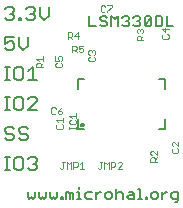
<source format=gtl>
G75*
%MOIN*%
%OFA0B0*%
%FSLAX25Y25*%
%IPPOS*%
%LPD*%
%AMOC8*
5,1,8,0,0,1.08239X$1,22.5*
%
%ADD10C,0.00600*%
%ADD11C,0.00200*%
%ADD12C,0.00500*%
D10*
X0037800Y0026469D02*
X0038367Y0025902D01*
X0038934Y0026469D01*
X0039501Y0025902D01*
X0040069Y0026469D01*
X0040069Y0028171D01*
X0041483Y0028171D02*
X0041483Y0026469D01*
X0042050Y0025902D01*
X0042617Y0026469D01*
X0043185Y0025902D01*
X0043752Y0026469D01*
X0043752Y0028171D01*
X0045166Y0028171D02*
X0045166Y0026469D01*
X0045733Y0025902D01*
X0046301Y0026469D01*
X0046868Y0025902D01*
X0047435Y0026469D01*
X0047435Y0028171D01*
X0048849Y0026469D02*
X0049417Y0026469D01*
X0049417Y0025902D01*
X0048849Y0025902D01*
X0048849Y0026469D01*
X0050691Y0025902D02*
X0050691Y0028171D01*
X0051258Y0028171D01*
X0051825Y0027603D01*
X0052392Y0028171D01*
X0052960Y0027603D01*
X0052960Y0025902D01*
X0051825Y0025902D02*
X0051825Y0027603D01*
X0054374Y0028171D02*
X0054941Y0028171D01*
X0054941Y0025902D01*
X0054374Y0025902D02*
X0055508Y0025902D01*
X0056830Y0026469D02*
X0056830Y0027603D01*
X0057397Y0028171D01*
X0059098Y0028171D01*
X0060513Y0028171D02*
X0060513Y0025902D01*
X0060513Y0027036D02*
X0061647Y0028171D01*
X0062214Y0028171D01*
X0063582Y0027603D02*
X0063582Y0026469D01*
X0064149Y0025902D01*
X0065283Y0025902D01*
X0065851Y0026469D01*
X0065851Y0027603D01*
X0065283Y0028171D01*
X0064149Y0028171D01*
X0063582Y0027603D01*
X0067265Y0027603D02*
X0067832Y0028171D01*
X0068967Y0028171D01*
X0069534Y0027603D01*
X0069534Y0025902D01*
X0070948Y0026469D02*
X0071515Y0027036D01*
X0073217Y0027036D01*
X0073217Y0027603D02*
X0073217Y0025902D01*
X0071515Y0025902D01*
X0070948Y0026469D01*
X0071515Y0028171D02*
X0072650Y0028171D01*
X0073217Y0027603D01*
X0074631Y0025902D02*
X0075766Y0025902D01*
X0075199Y0025902D02*
X0075199Y0029305D01*
X0074631Y0029305D01*
X0077087Y0026469D02*
X0077654Y0026469D01*
X0077654Y0025902D01*
X0077087Y0025902D01*
X0077087Y0026469D01*
X0078928Y0026469D02*
X0078928Y0027603D01*
X0079496Y0028171D01*
X0080630Y0028171D01*
X0081197Y0027603D01*
X0081197Y0026469D01*
X0080630Y0025902D01*
X0079496Y0025902D01*
X0078928Y0026469D01*
X0082612Y0025902D02*
X0082612Y0028171D01*
X0083746Y0028171D02*
X0082612Y0027036D01*
X0083746Y0028171D02*
X0084313Y0028171D01*
X0085681Y0027603D02*
X0085681Y0026469D01*
X0086248Y0025902D01*
X0087949Y0025902D01*
X0087949Y0025335D02*
X0087382Y0024768D01*
X0086815Y0024768D01*
X0087949Y0025335D02*
X0087949Y0028171D01*
X0086248Y0028171D01*
X0085681Y0027603D01*
X0067265Y0029305D02*
X0067265Y0025902D01*
X0059098Y0025902D02*
X0057397Y0025902D01*
X0056830Y0026469D01*
X0054941Y0029305D02*
X0054941Y0029872D01*
X0037800Y0028171D02*
X0037800Y0026469D01*
X0058300Y0083402D02*
X0060569Y0083402D01*
X0061983Y0083969D02*
X0062550Y0083402D01*
X0063685Y0083402D01*
X0064252Y0083969D01*
X0064252Y0084536D01*
X0063685Y0085103D01*
X0062550Y0085103D01*
X0061983Y0085671D01*
X0061983Y0086238D01*
X0062550Y0086805D01*
X0063685Y0086805D01*
X0064252Y0086238D01*
X0065666Y0086805D02*
X0066801Y0085671D01*
X0067935Y0086805D01*
X0067935Y0083402D01*
X0069349Y0083969D02*
X0069917Y0083402D01*
X0071051Y0083402D01*
X0071618Y0083969D01*
X0071618Y0084536D01*
X0071051Y0085103D01*
X0070484Y0085103D01*
X0071051Y0085103D02*
X0071618Y0085671D01*
X0071618Y0086238D01*
X0071051Y0086805D01*
X0069917Y0086805D01*
X0069349Y0086238D01*
X0073033Y0086238D02*
X0073600Y0086805D01*
X0074734Y0086805D01*
X0075301Y0086238D01*
X0075301Y0085671D01*
X0074734Y0085103D01*
X0075301Y0084536D01*
X0075301Y0083969D01*
X0074734Y0083402D01*
X0073600Y0083402D01*
X0073033Y0083969D01*
X0074167Y0085103D02*
X0074734Y0085103D01*
X0076716Y0083969D02*
X0078984Y0086238D01*
X0078984Y0083969D01*
X0078417Y0083402D01*
X0077283Y0083402D01*
X0076716Y0083969D01*
X0076716Y0086238D01*
X0077283Y0086805D01*
X0078417Y0086805D01*
X0078984Y0086238D01*
X0080399Y0086805D02*
X0082100Y0086805D01*
X0082667Y0086238D01*
X0082667Y0083969D01*
X0082100Y0083402D01*
X0080399Y0083402D01*
X0080399Y0086805D01*
X0084082Y0086805D02*
X0084082Y0083402D01*
X0086351Y0083402D01*
X0065666Y0083402D02*
X0065666Y0086805D01*
X0058300Y0086805D02*
X0058300Y0083402D01*
D11*
X0054778Y0080303D02*
X0053310Y0080303D01*
X0054411Y0081404D01*
X0054411Y0079202D01*
X0052568Y0079202D02*
X0051834Y0079936D01*
X0052201Y0079936D02*
X0051100Y0079936D01*
X0051100Y0079202D02*
X0051100Y0081404D01*
X0052201Y0081404D01*
X0052568Y0081037D01*
X0052568Y0080303D01*
X0052201Y0079936D01*
X0052600Y0076904D02*
X0053701Y0076904D01*
X0054068Y0076537D01*
X0054068Y0075803D01*
X0053701Y0075436D01*
X0052600Y0075436D01*
X0053334Y0075436D02*
X0054068Y0074702D01*
X0054810Y0075069D02*
X0055177Y0074702D01*
X0055911Y0074702D01*
X0056278Y0075069D01*
X0056278Y0075803D01*
X0055911Y0076170D01*
X0055544Y0076170D01*
X0054810Y0075803D01*
X0054810Y0076904D01*
X0056278Y0076904D01*
X0058025Y0075044D02*
X0058392Y0075411D01*
X0058759Y0075411D01*
X0059126Y0075044D01*
X0059493Y0075411D01*
X0059860Y0075411D01*
X0060227Y0075044D01*
X0060227Y0074310D01*
X0059860Y0073943D01*
X0059860Y0073201D02*
X0060227Y0072834D01*
X0060227Y0072100D01*
X0059860Y0071734D01*
X0058392Y0071734D01*
X0058025Y0072100D01*
X0058025Y0072834D01*
X0058392Y0073201D01*
X0058392Y0073943D02*
X0058025Y0074310D01*
X0058025Y0075044D01*
X0059126Y0075044D02*
X0059126Y0074677D01*
X0052600Y0074702D02*
X0052600Y0076904D01*
X0048860Y0073411D02*
X0049227Y0073044D01*
X0049227Y0072310D01*
X0048860Y0071943D01*
X0048126Y0071943D02*
X0047759Y0072677D01*
X0047759Y0073044D01*
X0048126Y0073411D01*
X0048860Y0073411D01*
X0047025Y0073411D02*
X0047025Y0071943D01*
X0048126Y0071943D01*
X0048860Y0071201D02*
X0049227Y0070834D01*
X0049227Y0070100D01*
X0048860Y0069734D01*
X0047392Y0069734D01*
X0047025Y0070100D01*
X0047025Y0070834D01*
X0047392Y0071201D01*
X0042900Y0071170D02*
X0042166Y0070436D01*
X0042166Y0070803D02*
X0042166Y0069702D01*
X0042900Y0069702D02*
X0040698Y0069702D01*
X0040698Y0070803D01*
X0041065Y0071170D01*
X0041799Y0071170D01*
X0042166Y0070803D01*
X0041432Y0071912D02*
X0040698Y0072646D01*
X0042900Y0072646D01*
X0042900Y0071912D02*
X0042900Y0073380D01*
X0046016Y0056331D02*
X0045649Y0055964D01*
X0045649Y0054496D01*
X0046016Y0054129D01*
X0046750Y0054129D01*
X0047117Y0054496D01*
X0047859Y0054496D02*
X0048226Y0054129D01*
X0048960Y0054129D01*
X0049327Y0054496D01*
X0049327Y0054863D01*
X0048960Y0055230D01*
X0047859Y0055230D01*
X0047859Y0054496D01*
X0047859Y0055230D02*
X0048593Y0055964D01*
X0049327Y0056331D01*
X0047117Y0055964D02*
X0046750Y0056331D01*
X0046016Y0056331D01*
X0047271Y0052195D02*
X0049473Y0052195D01*
X0049473Y0051461D02*
X0049473Y0052929D01*
X0048005Y0051461D02*
X0047271Y0052195D01*
X0047638Y0050719D02*
X0047271Y0050352D01*
X0047271Y0049618D01*
X0047638Y0049251D01*
X0049106Y0049251D01*
X0049473Y0049618D01*
X0049473Y0050352D01*
X0049106Y0050719D01*
X0051698Y0051042D02*
X0052065Y0050675D01*
X0053533Y0050675D01*
X0053900Y0051042D01*
X0053900Y0051776D01*
X0053533Y0052143D01*
X0053900Y0052885D02*
X0053900Y0054353D01*
X0053900Y0053619D02*
X0051698Y0053619D01*
X0052432Y0052885D01*
X0052065Y0052143D02*
X0051698Y0051776D01*
X0051698Y0051042D01*
X0051698Y0049936D02*
X0051698Y0049202D01*
X0051698Y0049569D02*
X0053900Y0049569D01*
X0053900Y0049202D02*
X0053900Y0049936D01*
X0054121Y0038097D02*
X0053020Y0038097D01*
X0053020Y0035895D01*
X0053020Y0036629D02*
X0054121Y0036629D01*
X0054488Y0036996D01*
X0054488Y0037730D01*
X0054121Y0038097D01*
X0055230Y0037363D02*
X0055964Y0038097D01*
X0055964Y0035895D01*
X0055230Y0035895D02*
X0056698Y0035895D01*
X0061100Y0036262D02*
X0061467Y0035895D01*
X0061834Y0035895D01*
X0062201Y0036262D01*
X0062201Y0038097D01*
X0061834Y0038097D02*
X0062568Y0038097D01*
X0063310Y0038097D02*
X0064044Y0037363D01*
X0064778Y0038097D01*
X0064778Y0035895D01*
X0065520Y0035895D02*
X0065520Y0038097D01*
X0066621Y0038097D01*
X0066988Y0037730D01*
X0066988Y0036996D01*
X0066621Y0036629D01*
X0065520Y0036629D01*
X0063310Y0035895D02*
X0063310Y0038097D01*
X0067730Y0037730D02*
X0068097Y0038097D01*
X0068831Y0038097D01*
X0069198Y0037730D01*
X0069198Y0037363D01*
X0067730Y0035895D01*
X0069198Y0035895D01*
X0078698Y0038202D02*
X0078698Y0039303D01*
X0079065Y0039670D01*
X0079799Y0039670D01*
X0080166Y0039303D01*
X0080166Y0038202D01*
X0080166Y0038936D02*
X0080900Y0039670D01*
X0080900Y0040412D02*
X0079432Y0041880D01*
X0079065Y0041880D01*
X0078698Y0041513D01*
X0078698Y0040779D01*
X0079065Y0040412D01*
X0080900Y0040412D02*
X0080900Y0041880D01*
X0080900Y0038202D02*
X0078698Y0038202D01*
X0085771Y0041618D02*
X0086138Y0041251D01*
X0087606Y0041251D01*
X0087973Y0041618D01*
X0087973Y0042352D01*
X0087606Y0042719D01*
X0087973Y0043461D02*
X0086505Y0044929D01*
X0086138Y0044929D01*
X0085771Y0044562D01*
X0085771Y0043828D01*
X0086138Y0043461D01*
X0086138Y0042719D02*
X0085771Y0042352D01*
X0085771Y0041618D01*
X0087973Y0043461D02*
X0087973Y0044929D01*
X0084360Y0079234D02*
X0082892Y0079234D01*
X0082525Y0079600D01*
X0082525Y0080334D01*
X0082892Y0080701D01*
X0083626Y0081443D02*
X0083626Y0082911D01*
X0084727Y0082544D02*
X0082525Y0082544D01*
X0083626Y0081443D01*
X0084360Y0080701D02*
X0084727Y0080334D01*
X0084727Y0079600D01*
X0084360Y0079234D01*
X0076300Y0078782D02*
X0074098Y0078782D01*
X0074098Y0079883D01*
X0074465Y0080250D01*
X0075199Y0080250D01*
X0075566Y0079883D01*
X0075566Y0078782D01*
X0075566Y0079516D02*
X0076300Y0080250D01*
X0075933Y0080992D02*
X0076300Y0081359D01*
X0076300Y0082093D01*
X0075933Y0082460D01*
X0075566Y0082460D01*
X0075199Y0082093D01*
X0075199Y0081726D01*
X0075199Y0082093D02*
X0074832Y0082460D01*
X0074465Y0082460D01*
X0074098Y0082093D01*
X0074098Y0081359D01*
X0074465Y0080992D01*
X0065841Y0089982D02*
X0064373Y0088514D01*
X0064373Y0088147D01*
X0063631Y0088514D02*
X0063264Y0088147D01*
X0062530Y0088147D01*
X0062163Y0088514D01*
X0062163Y0089982D01*
X0062530Y0090349D01*
X0063264Y0090349D01*
X0063631Y0089982D01*
X0064373Y0090349D02*
X0065841Y0090349D01*
X0065841Y0089982D01*
X0052278Y0038097D02*
X0051544Y0037363D01*
X0050810Y0038097D01*
X0050810Y0035895D01*
X0052278Y0035895D02*
X0052278Y0038097D01*
X0050068Y0038097D02*
X0049334Y0038097D01*
X0049701Y0038097D02*
X0049701Y0036262D01*
X0049334Y0035895D01*
X0048967Y0035895D01*
X0048600Y0036262D01*
D12*
X0031751Y0035352D02*
X0030250Y0035352D01*
X0031001Y0035352D02*
X0031001Y0039856D01*
X0031751Y0039856D02*
X0030250Y0039856D01*
X0033319Y0039105D02*
X0033319Y0036103D01*
X0034070Y0035352D01*
X0035571Y0035352D01*
X0036322Y0036103D01*
X0036322Y0039105D01*
X0035571Y0039856D01*
X0034070Y0039856D01*
X0033319Y0039105D01*
X0037923Y0039105D02*
X0038674Y0039856D01*
X0040175Y0039856D01*
X0040926Y0039105D01*
X0040926Y0038355D01*
X0040175Y0037604D01*
X0040926Y0036853D01*
X0040926Y0036103D01*
X0040175Y0035352D01*
X0038674Y0035352D01*
X0037923Y0036103D01*
X0039424Y0037604D02*
X0040175Y0037604D01*
X0037106Y0045352D02*
X0035605Y0045352D01*
X0034854Y0046103D01*
X0033253Y0046103D02*
X0032502Y0045352D01*
X0031001Y0045352D01*
X0030250Y0046103D01*
X0031001Y0047604D02*
X0032502Y0047604D01*
X0033253Y0046853D01*
X0033253Y0046103D01*
X0034854Y0048355D02*
X0035605Y0047604D01*
X0037106Y0047604D01*
X0037856Y0046853D01*
X0037856Y0046103D01*
X0037106Y0045352D01*
X0034854Y0048355D02*
X0034854Y0049105D01*
X0035605Y0049856D01*
X0037106Y0049856D01*
X0037856Y0049105D01*
X0033253Y0049105D02*
X0032502Y0049856D01*
X0031001Y0049856D01*
X0030250Y0049105D01*
X0030250Y0048355D01*
X0031001Y0047604D01*
X0031001Y0055352D02*
X0031001Y0059856D01*
X0031751Y0059856D02*
X0030250Y0059856D01*
X0033319Y0059105D02*
X0033319Y0056103D01*
X0034070Y0055352D01*
X0035571Y0055352D01*
X0036322Y0056103D01*
X0036322Y0059105D01*
X0035571Y0059856D01*
X0034070Y0059856D01*
X0033319Y0059105D01*
X0031751Y0055352D02*
X0030250Y0055352D01*
X0037923Y0055352D02*
X0040926Y0058355D01*
X0040926Y0059105D01*
X0040175Y0059856D01*
X0038674Y0059856D01*
X0037923Y0059105D01*
X0037923Y0055352D02*
X0040926Y0055352D01*
X0040926Y0065352D02*
X0037923Y0065352D01*
X0039424Y0065352D02*
X0039424Y0069856D01*
X0037923Y0068355D01*
X0036322Y0069105D02*
X0036322Y0066103D01*
X0035571Y0065352D01*
X0034070Y0065352D01*
X0033319Y0066103D01*
X0033319Y0069105D01*
X0034070Y0069856D01*
X0035571Y0069856D01*
X0036322Y0069105D01*
X0031751Y0069856D02*
X0030250Y0069856D01*
X0031001Y0069856D02*
X0031001Y0065352D01*
X0031751Y0065352D02*
X0030250Y0065352D01*
X0031001Y0075352D02*
X0030250Y0076103D01*
X0031001Y0075352D02*
X0032502Y0075352D01*
X0033253Y0076103D01*
X0033253Y0077604D01*
X0032502Y0078355D01*
X0031751Y0078355D01*
X0030250Y0077604D01*
X0030250Y0079856D01*
X0033253Y0079856D01*
X0034854Y0079856D02*
X0034854Y0076853D01*
X0036355Y0075352D01*
X0037856Y0076853D01*
X0037856Y0079856D01*
X0037907Y0085352D02*
X0037156Y0086103D01*
X0037907Y0085352D02*
X0039408Y0085352D01*
X0040158Y0086103D01*
X0040158Y0086853D01*
X0039408Y0087604D01*
X0038657Y0087604D01*
X0039408Y0087604D02*
X0040158Y0088355D01*
X0040158Y0089105D01*
X0039408Y0089856D01*
X0037907Y0089856D01*
X0037156Y0089105D01*
X0035605Y0086103D02*
X0035605Y0085352D01*
X0034854Y0085352D01*
X0034854Y0086103D01*
X0035605Y0086103D01*
X0033253Y0086103D02*
X0032502Y0085352D01*
X0031001Y0085352D01*
X0030250Y0086103D01*
X0031751Y0087604D02*
X0032502Y0087604D01*
X0033253Y0086853D01*
X0033253Y0086103D01*
X0032502Y0087604D02*
X0033253Y0088355D01*
X0033253Y0089105D01*
X0032502Y0089856D01*
X0031001Y0089856D01*
X0030250Y0089105D01*
X0041760Y0089856D02*
X0041760Y0086853D01*
X0043261Y0085352D01*
X0044762Y0086853D01*
X0044762Y0089856D01*
X0054531Y0065980D02*
X0054531Y0062602D01*
X0054531Y0065968D02*
X0056500Y0065968D01*
X0054531Y0052602D02*
X0054531Y0049236D01*
X0056500Y0049236D01*
X0055614Y0050515D02*
X0055616Y0050554D01*
X0055622Y0050593D01*
X0055632Y0050631D01*
X0055645Y0050668D01*
X0055662Y0050703D01*
X0055682Y0050737D01*
X0055706Y0050768D01*
X0055733Y0050797D01*
X0055762Y0050823D01*
X0055794Y0050846D01*
X0055828Y0050866D01*
X0055864Y0050882D01*
X0055901Y0050894D01*
X0055940Y0050903D01*
X0055979Y0050908D01*
X0056018Y0050909D01*
X0056057Y0050906D01*
X0056096Y0050899D01*
X0056133Y0050888D01*
X0056170Y0050874D01*
X0056205Y0050856D01*
X0056238Y0050835D01*
X0056269Y0050810D01*
X0056297Y0050783D01*
X0056322Y0050753D01*
X0056344Y0050720D01*
X0056363Y0050686D01*
X0056378Y0050650D01*
X0056390Y0050612D01*
X0056398Y0050574D01*
X0056402Y0050535D01*
X0056402Y0050495D01*
X0056398Y0050456D01*
X0056390Y0050418D01*
X0056378Y0050380D01*
X0056363Y0050344D01*
X0056344Y0050310D01*
X0056322Y0050277D01*
X0056297Y0050247D01*
X0056269Y0050220D01*
X0056238Y0050195D01*
X0056205Y0050174D01*
X0056170Y0050156D01*
X0056133Y0050142D01*
X0056096Y0050131D01*
X0056057Y0050124D01*
X0056018Y0050121D01*
X0055979Y0050122D01*
X0055940Y0050127D01*
X0055901Y0050136D01*
X0055864Y0050148D01*
X0055828Y0050164D01*
X0055794Y0050184D01*
X0055762Y0050207D01*
X0055733Y0050233D01*
X0055706Y0050262D01*
X0055682Y0050293D01*
X0055662Y0050327D01*
X0055645Y0050362D01*
X0055632Y0050399D01*
X0055622Y0050437D01*
X0055616Y0050476D01*
X0055614Y0050515D01*
X0081500Y0049236D02*
X0083469Y0049236D01*
X0083469Y0052602D01*
X0083469Y0062602D02*
X0083469Y0065968D01*
X0081500Y0065968D01*
M02*

</source>
